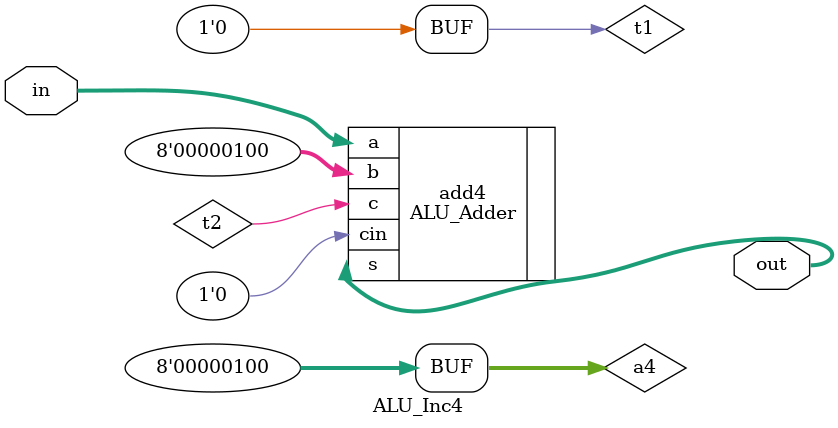
<source format=v>
`timescale 1ns / 1ps


module ALU_Inc4(in, out);
    input [7:0] in;
    output [7:0] out;
    
    wire [7:0] a4;
    wire t1, t2;
    
    assign t1 = 1'b0;
    assign a4 = 8'b00000100;
    
    ALU_Adder add4(.a(in), .b(a4), .cin(t1), .s(out), .c(t2));
endmodule

</source>
